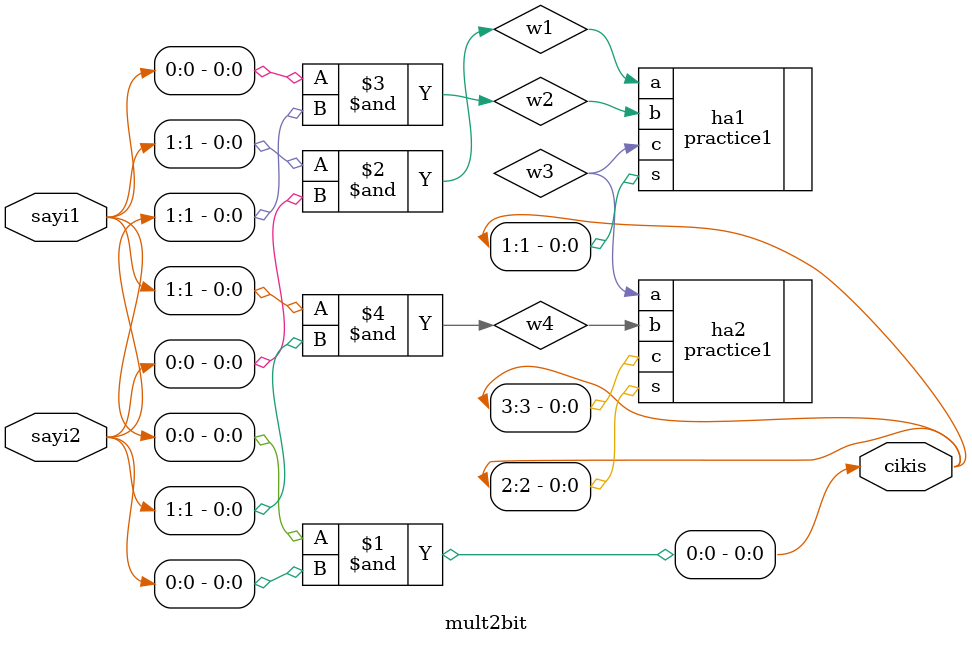
<source format=v>
`timescale 1ns / 1ps


module mult2bit(

input [1:0] sayi1,sayi2,
output [3:0] cikis
    );
    
    wire w1,w2,w3,w4;
    and(cikis[0],sayi1[0],sayi2[0]);
    
    and(w1,sayi1[1],sayi2[0]);
    and(w2,sayi1[0],sayi2[1]);
    
    practice1 ha1(
    .a(w1),
    .b(w2),
    .s(cikis[1]),
    .c(w3)
    );
    
    and(w4,sayi1[1],sayi2[1]);
    
    practice1 ha2(
    .a(w3),
    .b(w4),
    .s(cikis[2]),
    .c(cikis[3])
    );
    
endmodule

</source>
